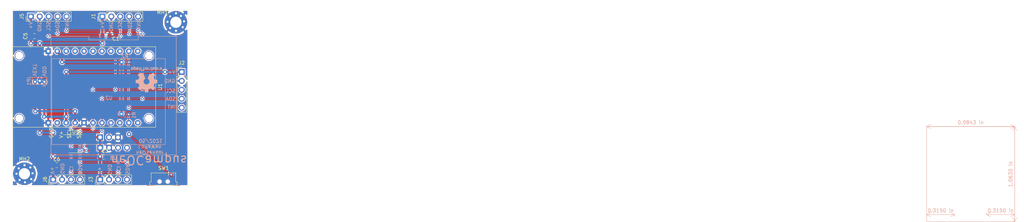
<source format=kicad_pcb>
(kicad_pcb (version 20171130) (host pcbnew 5.1.5+dfsg1-2build2)
  (title_block (title "neOSensor Cubecell_V1") (rev V1))
  (layers (0 F.Cu signal) (31 B.Cu signal) (34 B.Paste user) (35 F.Paste user) (36 B.SilkS user) (37 F.SilkS user) (38 B.Mask user) (39 F.Mask user) (44 Edge.Cuts user))
  (net 0 "")
  (net 1 /ADC)
  (net 2 /GPIO1)
  (net 3 /GPIO2)
  (net 4 /GPIO3)
  (net 5 /RX)
  (net 6 /TX)
  (net 7 /SCK)
  (net 8 /MISO)
  (net 9 /MOSI)
  (net 10 /VIN)
  (net 11 /GND)
  (net 12 /VDD)
  (net 13 /VS*)
  (net 14 /VEXT)
  (net 15 /SDA)
  (net 16 /SCL)
  (net 17 /GPIO0)
  (net 18 /GPIO4)
  (net 19 /GPIO5)
  (net 20 /RST)
  (net 21 /Vsensor)
  (net 22 "Net-(U5-Pad7)")
  (net 23 "Net-(U5-Pad3)")
  (net 24 "Net-(U5-Pad2)")
  (net 25 "Net-(U5-Pad1)")
  (module neosensor_addon:SOIC-8_3.9x5.4mm_P1.27mm_HandSolder (layer F.Cu) (at 77.16012 63.22568)
    (fp_text reference U5 (at 0 -3.4) (layer F.SilkS))
    (fp_text value ATECC508A)
    (pad 8 smd roundrect (at 3.3 -1.905) (size 2.2 0.6) (layers F.Cu F.Paste F.Mask) (net 21 /Vsensor))
    (pad 7 smd roundrect (at 3.3 -0.635) (size 2.2 0.6) (layers F.Cu F.Paste F.Mask) (net 22 "Net-(U5-Pad7)"))
    (pad 6 smd roundrect (at 3.3 0.635) (size 2.2 0.6) (layers F.Cu F.Paste F.Mask) (net 16 /SCL))
    (pad 5 smd roundrect (at 3.3 1.905) (size 2.2 0.6) (layers F.Cu F.Paste F.Mask) (net 15 /SDA))
    (pad 4 smd roundrect (at -3.3 1.905) (size 2.2 0.6) (layers F.Cu F.Paste F.Mask) (net 11 /GND))
    (pad 3 smd roundrect (at -3.3 0.635) (size 2.2 0.6) (layers F.Cu F.Paste F.Mask) (net 23 "Net-(U5-Pad3)"))
    (pad 2 smd roundrect (at -3.3 -0.635) (size 2.2 0.6) (layers F.Cu F.Paste F.Mask) (net 24 "Net-(U5-Pad2)"))
    (pad 1 smd roundrect (at -3.3 -1.905) (size 2.2 0.6) (layers F.Cu F.Paste F.Mask) (net 25 "Net-(U5-Pad1)"))
  )
  (module neosensor_addon:HTCC-AB01 (layer F.Cu) (at 79.56042 47.0789 90)
    (fp_text reference U1 (at 0 21.59 90) (layer F.SilkS))
    (fp_text value HTCC-AB01)
    (pad 11 thru_hole circle (at -10.16 15.24 90) (size 1.6 1.6) (drill 0.8) (layers *.Cu *.Mask) (net 20 /RST))
    (pad 10 thru_hole circle (at -10.16 12.7 90) (size 1.6 1.6) (drill 0.8) (layers *.Cu *.Mask) (net 19 /GPIO5))
    (pad 9 thru_hole circle (at -10.16 10.16 90) (size 1.6 1.6) (drill 0.8) (layers *.Cu *.Mask) (net 18 /GPIO4))
    (pad 8 thru_hole circle (at -10.16 7.62 90) (size 1.6 1.6) (drill 0.8) (layers *.Cu *.Mask) (net 17 /GPIO0))
    (pad 6 thru_hole circle (at -10.16 2.54 90) (size 1.6 1.6) (drill 0.8) (layers *.Cu *.Mask) (net 16 /SCL))
    (pad 7 thru_hole circle (at -10.16 5.08 90) (size 1.6 1.6) (drill 0.8) (layers *.Cu *.Mask) (net 15 /SDA))
    (pad 5 thru_hole circle (at -10.16 0 90) (size 1.6 1.6) (drill 0.8) (layers *.Cu *.Mask) (net 11 /GND))
    (pad 4 thru_hole circle (at -10.16 -2.54 90) (size 1.6 1.6) (drill 0.8) (layers *.Cu *.Mask) (net 14 /VEXT))
    (pad 2 thru_hole circle (at -10.16 -7.62 90) (size 1.6 1.6) (drill 0.8) (layers *.Cu *.Mask) (net 13 /VS*))
    (pad 3 thru_hole circle (at -10.16 -5.08 90) (size 1.6 1.6) (drill 0.8) (layers *.Cu *.Mask) (net 12 /VDD))
    (pad 1 thru_hole rect (at -10.16 -10.16 90) (size 1.6 1.6) (drill 0.8) (layers *.Cu *.Mask) (net 11 /GND))
    (pad 22 thru_hole rect (at 10.16 -10.16 90) (size 1.6 1.6) (drill 0.8) (layers *.Cu *.Mask) (net 11 /GND))
    (pad 21 thru_hole circle (at 10.16 -7.62 90) (size 1.6 1.6) (drill 0.8) (layers *.Cu *.Mask) (net 10 /VIN))
    (pad 20 thru_hole circle (at 10.16 -5.08 90) (size 1.6 1.6) (drill 0.8) (layers *.Cu *.Mask) (net 9 /MOSI))
    (pad 19 thru_hole circle (at 10.16 -2.54 90) (size 1.6 1.6) (drill 0.8) (layers *.Cu *.Mask) (net 8 /MISO))
    (pad 18 thru_hole circle (at 10.16 0 90) (size 1.6 1.6) (drill 0.8) (layers *.Cu *.Mask) (net 7 /SCK))
    (pad 17 thru_hole circle (at 10.16 2.54 90) (size 1.6 1.6) (drill 0.8) (layers *.Cu *.Mask) (net 6 /TX))
    (pad 16 thru_hole circle (at 10.16 5.08 90) (size 1.6 1.6) (drill 0.8) (layers *.Cu *.Mask) (net 5 /RX))
    (pad 15 thru_hole circle (at 10.16 7.62 90) (size 1.6 1.6) (drill 0.8) (layers *.Cu *.Mask) (net 4 /GPIO3))
    (pad 14 thru_hole circle (at 10.16 10.16 90) (size 1.6 1.6) (drill 0.8) (layers *.Cu *.Mask) (net 3 /GPIO2))
    (pad 13 thru_hole circle (at 10.16 12.7 90) (size 1.6 1.6) (drill 0.8) (layers *.Cu *.Mask) (net 2 /GPIO1))
    (pad 12 thru_hole circle (at 10.16 15.24 90) (size 1.6 1.6) (drill 0.8) (layers *.Cu *.Mask) (net 1 /ADC))
    (pad 0 thru_hole circle (at 8.89 18.415 90) (size 2.54 2.54) (drill 2.19964) (layers *.Cu *.Mask))
    (pad 0 thru_hole circle (at -8.89 18.415 90) (size 2.54 2.54) (drill 2.19964) (layers *.Cu *.Mask))
    (pad 0 thru_hole circle (at -8.89 -18.415 90) (size 2.54 2.54) (drill 2.19964) (layers *.Cu *.Mask))
    (pad 0 thru_hole circle (at 8.89 -18.415 90) (size 2.54 2.54) (drill 2.19964) (layers *.Cu *.Mask))
  )
  (module neosensor_addon:G71Y_µsw_smd (layer F.Cu) (at 102.02926 75.04176 180)
    (fp_text reference SW1 (at -0.127 4.953 180) (layer F.SilkS))
    (fp_text value G71Y)
    (pad 3 smd rect (at -3.81 0.381 180) (size 2 0.8) (layers F.Cu F.Paste F.Mask) (net 11 /GND))
    (pad 3 smd rect (at -4.191 0.762 180) (size 1.27 1.524) (layers F.Cu F.Paste F.Mask) (net 11 /GND))
    (pad 3 smd rect (at 3.683 0.381 180) (size 2 0.8) (layers F.Cu F.Paste F.Mask) (net 11 /GND))
    (pad 3 smd rect (at 4.064 0.762 180) (size 1.27 1.524) (layers F.Cu F.Paste F.Mask) (net 11 /GND))
    (pad 1 smd rect (at -2.227 2.667 180) (size 1.2 2) (drill (offset 0 0.4)) (layers F.Cu F.Paste F.Mask) (net 19 /GPIO5))
    (pad 2 smd rect (at 1.973 2.667 180) (size 1.2 2) (drill (offset 0 0.4)) (layers F.Cu F.Paste F.Mask) (net 11 /GND))
    (pad "" np_thru_hole circle (at -1.277 1.1 180) (size 0.8 0.8) (drill 0.8) (layers *.Cu))
    (pad "" np_thru_hole circle (at 1.023 1.1 180) (size 0.8 0.8) (drill 0.8) (layers *.Cu))
  )
  (module Capacitor_SMD:C_0805_2012Metric_Pad1.15x1.40mm_HandSolder (layer F.Cu) (at 71.8148 69.27596)
    (fp_text reference C6 (at 0 -1.65) (layer F.SilkS))
    (fp_text value 100n)
    (pad 2 smd roundrect (at 1.025 0) (size 1.15 1.4) (layers F.Cu F.Paste F.Mask) (roundrect_rratio 0.217391) (net 11 /GND))
    (pad 1 smd roundrect (at -1.025 0) (size 1.15 1.4) (layers F.Cu F.Paste F.Mask) (roundrect_rratio 0.217391) (net 21 /Vsensor))
  )
  (module neosensor_addon:OLED1.3_I2C (layer B.Cu) (at 87.94242 49.4665)
    (fp_text reference U3 (at 0 17.78) (layer B.SilkS) (effects (justify mirror)))
    (fp_text value OLED1.3_I2C)
    (pad 1 thru_hole rect (at -3.81 14.859) (size 1.7 1.7) (drill 1) (layers *.Cu *.Mask) (net 21 /Vsensor))
    (pad 2 thru_hole circle (at -1.27 14.859) (size 1.7 1.7) (drill 1) (layers *.Cu *.Mask) (net 11 /GND))
    (pad 3 thru_hole circle (at 1.27 14.859) (size 1.7 1.7) (drill 1) (layers *.Cu *.Mask) (net 16 /SCL))
    (pad 4 thru_hole circle (at 3.81 14.859 90) (size 1.7 1.7) (drill 1) (layers *.Cu *.Mask) (net 15 /SDA))
  )
  (module neosensor_addon:PIR_HC-SR01 (layer B.Cu) (at 86.63686 51.21148)
    (fp_text reference U2 (at 0 -1.016) (layer B.SilkS) (effects (justify mirror)))
    (fp_text value HC-SR01)
    (pad 3 thru_hole circle (at 2.54 10.16) (size 1.7 1.7) (drill 1) (layers *.Cu *.Mask) (net 11 /GND))
    (pad 2 thru_hole circle (at 0 10.16) (size 1.7 1.7) (drill 1) (layers *.Cu *.Mask) (net 17 /GPIO0))
    (pad 1 thru_hole rect (at -2.54 10.16) (size 1.7 1.7) (drill 1) (layers *.Cu *.Mask) (net 21 /Vsensor))
  )
  (module Symbol:OSHW-Logo2_9.8x8mm_SilkScreen (layer B.Cu) (at 97.28962 44.88434)
    (fp_text reference REF** hide)
    (fp_text value OSHW-Logo2_9.8x8mm_SilkScreen hide)
  )
  (module Resistor_SMD:R_0805_2012Metric_Pad1.15x1.40mm_HandSolder (layer B.Cu) (at 91.177 54.86146 180)
    (fp_text reference R1 (at -2.549 -0.254 90) (layer B.SilkS) (effects (justify mirror)))
    (fp_text value 10K)
    (pad 2 smd roundrect (at 1.025 0 180) (size 1.15 1.4) (layers B.Cu B.Paste B.Mask) (roundrect_rratio 0.217391) (net 10 /VIN))
    (pad 1 smd roundrect (at -1.025 0 180) (size 1.15 1.4) (layers B.Cu B.Paste B.Mask) (roundrect_rratio 0.217391) (net 19 /GPIO5))
  )
  (module MountingHole:MountingHole_3.2mm_M3_Pad (layer F.Cu) (at 62.62624 71.70928)
    (fp_text reference MH2 (at 0 -4.2) (layer F.SilkS))
    (fp_text value MountingHole_Pad)
    (pad 1 thru_hole circle (at 0 0) (size 6.4 6.4) (drill 3.2) (layers *.Cu *.Mask) (net 11 /GND))
  )
  (module MountingHole:MountingHole_3.2mm_M3_Pad (layer F.Cu) (at 105.62844 28.70962)
    (fp_text reference MH1 (at -3.81 -2.794) (layer F.SilkS))
    (fp_text value MountingHole_Pad)
    (pad 1 thru_hole circle (at 0 0) (size 6.4 6.4) (drill 3.2) (layers *.Cu *.Mask) (net 11 /GND))
  )
  (module Jumper:SolderJumper-3_P1.3mm_Bridged2Bar12_Pad1.0x1.5mm (layer B.Cu) (at 66.94472 45.33646 180)
    (fp_text reference JP1 (at 3.018 0 90) (layer B.SilkS) (effects (justify mirror)))
    (fp_text value SolderJumper_3_Bridged12)
    (fp_poly (pts (xy -0.9 -0.2) (xy -0.4 -0.2) (xy -0.4 -0.6) (xy -0.9 -0.6)) (layer B.Cu) (width 0))
    (fp_poly (pts (xy -0.9 0.6) (xy -0.4 0.6) (xy -0.4 0.2) (xy -0.9 0.2)) (layer B.Cu) (width 0))
    (pad 2 smd rect (at 0 0 180) (size 1 1.5) (layers B.Cu B.Mask) (net 21 /Vsensor))
    (pad 3 smd rect (at 1.3 0 180) (size 1 1.5) (layers B.Cu B.Mask) (net 14 /VEXT))
    (pad 1 smd rect (at -1.3 0 180) (size 1 1.5) (layers B.Cu B.Mask) (net 12 /VDD))
  )
  (module Connector_PinHeader_2.54mm:PinHeader_1x04_P2.54mm_Vertical (layer F.Cu) (at 70.78218 73.35774 90)
    (fp_text reference J6 (at 0 -2.33 90) (layer F.SilkS))
    (fp_text value Conn_01x04)
    (pad 4 thru_hole oval (at 0 7.62 90) (size 1.7 1.7) (drill 1) (layers *.Cu *.Mask) (net 15 /SDA))
    (pad 3 thru_hole oval (at 0 5.08 90) (size 1.7 1.7) (drill 1) (layers *.Cu *.Mask) (net 16 /SCL))
    (pad 2 thru_hole oval (at 0 2.54 90) (size 1.7 1.7) (drill 1) (layers *.Cu *.Mask) (net 11 /GND))
    (pad 1 thru_hole rect (at 0 0 90) (size 1.7 1.7) (drill 1) (layers *.Cu *.Mask) (net 21 /Vsensor))
  )
  (module Connector_PinHeader_2.54mm:PinHeader_1x05_P2.54mm_Vertical (layer F.Cu) (at 64.4271 27.05608 90)
    (fp_text reference J5 (at 0 -2.54 90) (layer F.SilkS))
    (fp_text value Conn_01x05)
    (pad 5 thru_hole oval (at 0 10.16 90) (size 1.7 1.7) (drill 1) (layers *.Cu *.Mask) (net 2 /GPIO1))
    (pad 4 thru_hole oval (at 0 7.62 90) (size 1.7 1.7) (drill 1) (layers *.Cu *.Mask) (net 15 /SDA))
    (pad 3 thru_hole oval (at 0 5.08 90) (size 1.7 1.7) (drill 1) (layers *.Cu *.Mask) (net 16 /SCL))
    (pad 2 thru_hole oval (at 0 2.54 90) (size 1.7 1.7) (drill 1) (layers *.Cu *.Mask) (net 11 /GND))
    (pad 1 thru_hole rect (at 0 0 90) (size 1.7 1.7) (drill 1) (layers *.Cu *.Mask) (net 21 /Vsensor))
  )
  (module Connector_PinHeader_2.54mm:PinHeader_1x04_P2.54mm_Vertical (layer F.Cu) (at 84.12226 73.35774 90)
    (fp_text reference J3 (at 0 -2.667 90) (layer F.SilkS))
    (fp_text value Conn_01x04)
    (pad 4 thru_hole oval (at 0 7.62 90) (size 1.7 1.7) (drill 1) (layers *.Cu *.Mask) (net 15 /SDA))
    (pad 3 thru_hole oval (at 0 5.08 90) (size 1.7 1.7) (drill 1) (layers *.Cu *.Mask) (net 16 /SCL))
    (pad 2 thru_hole oval (at 0 2.54 90) (size 1.7 1.7) (drill 1) (layers *.Cu *.Mask) (net 11 /GND))
    (pad 1 thru_hole rect (at 0 0 90) (size 1.7 1.7) (drill 1) (layers *.Cu *.Mask) (net 21 /Vsensor))
  )
  (module Connector_PinHeader_2.54mm:PinHeader_1x05_P2.54mm_Vertical (layer F.Cu) (at 107.28706 42.79646)
    (fp_text reference J2 (at 0 -2.54) (layer F.SilkS))
    (fp_text value Conn_01x05)
    (pad 5 thru_hole oval (at 0 10.16) (size 1.7 1.7) (drill 1) (layers *.Cu *.Mask) (net 2 /GPIO1))
    (pad 4 thru_hole oval (at 0 7.62) (size 1.7 1.7) (drill 1) (layers *.Cu *.Mask) (net 15 /SDA))
    (pad 3 thru_hole oval (at 0 5.08) (size 1.7 1.7) (drill 1) (layers *.Cu *.Mask) (net 16 /SCL))
    (pad 2 thru_hole oval (at 0 2.54) (size 1.7 1.7) (drill 1) (layers *.Cu *.Mask) (net 11 /GND))
    (pad 1 thru_hole rect (at 0 0) (size 1.7 1.7) (drill 1) (layers *.Cu *.Mask) (net 12 /VDD))
  )
  (module Connector_PinHeader_2.54mm:PinHeader_1x05_P2.54mm_Vertical (layer F.Cu) (at 84.75472 27.06116 90)
    (fp_text reference J1 (at 0 -2.54 90) (layer F.SilkS))
    (fp_text value Conn_01x05)
    (pad 5 thru_hole oval (at 0 10.16 90) (size 1.7 1.7) (drill 1) (layers *.Cu *.Mask) (net 2 /GPIO1))
    (pad 4 thru_hole oval (at 0 7.62 90) (size 1.7 1.7) (drill 1) (layers *.Cu *.Mask) (net 15 /SDA))
    (pad 3 thru_hole oval (at 0 5.08 90) (size 1.7 1.7) (drill 1) (layers *.Cu *.Mask) (net 16 /SCL))
    (pad 2 thru_hole oval (at 0 2.54 90) (size 1.7 1.7) (drill 1) (layers *.Cu *.Mask) (net 11 /GND))
    (pad 1 thru_hole rect (at 0 0 90) (size 1.7 1.7) (drill 1) (layers *.Cu *.Mask) (net 21 /Vsensor))
  )
  (module Capacitor_SMD:C_0805_2012Metric_Pad1.15x1.40mm_HandSolder (layer F.Cu) (at 65.45972 32.63646)
    (fp_text reference C5 (at -2.549 0 270) (layer F.SilkS))
    (fp_text value 100n)
    (pad 2 smd roundrect (at 1.025 0) (size 1.15 1.4) (layers F.Cu F.Paste F.Mask) (roundrect_rratio 0.217391) (net 11 /GND))
    (pad 1 smd roundrect (at -1.025 0) (size 1.15 1.4) (layers F.Cu F.Paste F.Mask) (roundrect_rratio 0.217391) (net 21 /Vsensor))
  )
  (module Capacitor_SMD:C_0805_2012Metric_Pad1.15x1.40mm_HandSolder (layer F.Cu) (at 85.14472 66.92646)
    (fp_text reference C3 (at 0.372 -1.65) (layer F.SilkS))
    (fp_text value 100n)
    (pad 2 smd roundrect (at 1.025 0) (size 1.15 1.4) (layers F.Cu F.Paste F.Mask) (roundrect_rratio 0.217391) (net 11 /GND))
    (pad 1 smd roundrect (at -1.025 0) (size 1.15 1.4) (layers F.Cu F.Paste F.Mask) (roundrect_rratio 0.217391) (net 21 /Vsensor))
  )
  (module Capacitor_SMD:C_0805_2012Metric_Pad1.15x1.40mm_HandSolder (layer F.Cu) (at 85.77972 32.63646)
    (fp_text reference C1 (at 2.785 0.762 180) (layer F.SilkS))
    (fp_text value 100n)
    (pad 2 smd roundrect (at 1.025 0) (size 1.15 1.4) (layers F.Cu F.Paste F.Mask) (roundrect_rratio 0.217391) (net 11 /GND))
    (pad 1 smd roundrect (at -1.025 0) (size 1.15 1.4) (layers F.Cu F.Paste F.Mask) (roundrect_rratio 0.217391) (net 21 /Vsensor))
  )
  (module Resistor_SMD:R_0805_2012Metric_Pad1.15x1.40mm_HandSolder (layer B.Cu) (at 91.19732 40.00246 180)
    (fp_text reference R2 (at 0 1.65) (layer B.SilkS) (effects (justify mirror)))
    (fp_text value 10K)
    (pad 1 smd roundrect (at -1.025 0 180) (size 1.15 1.4) (layers B.Cu B.Paste B.Mask) (roundrect_rratio 0.217391) (net 2 /GPIO1))
    (pad 2 smd roundrect (at 1.025 0 180) (size 1.15 1.4) (layers B.Cu B.Paste B.Mask) (roundrect_rratio 0.217391) (net 10 /VIN))
  )
  (gr_line (start 109.12632 75.20706) (end 109.12632 25.20706) (layer Edge.Cuts) (width 0.05))
  (gr_line (start 59.12632 75.20706) (end 109.12632 75.20706) (layer Edge.Cuts) (width 0.05))
  (gr_line (start 59.12632 25.20706) (end 59.12632 75.20706) (layer Edge.Cuts) (width 0.05))
  (gr_line (start 109.12632 25.20706) (end 59.12632 25.20706) (layer Edge.Cuts) (width 0.05))
  (gr_text 05/2021 (at 98.46818 62.35954 180) (layer B.SilkS) (effects (font (size 1 1)) (justify mirror)))
  (gr_text neOCampus (at 97.99574 67.83578 180) (layer B.SilkS) (effects (font (size 2.5 2.5) (thickness 0.3)) (justify mirror)))
  (gr_text "neOSensor\nLoRaWan" (at 98.23196 64.897 180) (layer B.SilkS) (effects (font (size 1 1)) (justify mirror)))
  (gr_text INT (at 74.81316 29.58846 90) (layer B.SilkS) (effects (font (size 1 1)) (justify mirror)))
  (gr_text SDA (at 72.01916 29.84246 90) (layer B.SilkS) (effects (font (size 1 1)) (justify mirror)))
  (gr_text SCL (at 69.47916 29.84246 90) (layer B.SilkS) (effects (font (size 1 1)) (justify mirror)))
  (gr_text GND (at 66.93916 29.84246 90) (layer B.SilkS) (effects (font (size 1 1)) (justify mirror)))
  (gr_text V+ (at 64.39916 29.58846 90) (layer B.SilkS) (effects (font (size 1 1)) (justify mirror)))
  (gr_text INT (at 95.13316 29.58846 90) (layer B.SilkS) (effects (font (size 1 1)) (justify mirror)))
  (gr_text SDA (at 92.59316 29.84246 90) (layer B.SilkS) (effects (font (size 1 1)) (justify mirror)))
  (gr_text SCL (at 89.79916 29.84246 90) (layer B.SilkS) (effects (font (size 1 1)) (justify mirror)))
  (gr_text GND (at 87.25916 29.84246 90) (layer B.SilkS) (effects (font (size 1 1)) (justify mirror)))
  (gr_text V+ (at 84.71916 29.58846 90) (layer B.SilkS) (effects (font (size 1 1)) (justify mirror)))
  (gr_text INT (at 104.40162 52.75834) (layer B.SilkS) (effects (font (size 1 1)) (justify mirror)))
  (gr_text SDA (at 104.14762 50.47234) (layer B.SilkS) (effects (font (size 1 1)) (justify mirror)))
  (gr_text SCL (at 104.14762 48.18634) (layer B.SilkS) (effects (font (size 1 1)) (justify mirror)))
  (gr_text GND (at 103.89362 45.39234) (layer B.SilkS) (effects (font (size 1 1)) (justify mirror)))
  (gr_text V+ (at 104.40162 42.85234) (layer B.SilkS) (effects (font (size 1 1)) (justify mirror)))
  (gr_text SDA (at 91.90482 70.4977 270) (layer B.SilkS) (effects (font (size 1 1)) (justify mirror)))
  (gr_text SCl (at 89.36482 70.7517 270) (layer B.SilkS) (effects (font (size 1 1)) (justify mirror)))
  (gr_text GND (at 86.82482 70.4977 270) (layer B.SilkS) (effects (font (size 1 1)) (justify mirror)))
  (gr_text V+ (at 84.03082 70.7517 270) (layer B.SilkS) (effects (font (size 1 1)) (justify mirror)))
  (gr_text SDA (at 78.44282 70.4977 270) (layer B.SilkS) (effects (font (size 1 1)) (justify mirror)))
  (gr_text SCl (at 75.90282 70.7517 270) (layer B.SilkS) (effects (font (size 1 1)) (justify mirror)))
  (gr_text GND (at 73.36282 70.2437 270) (layer B.SilkS) (effects (font (size 1 1)) (justify mirror)))
  (gr_text V+ (at 70.56882 70.7517 270) (layer B.SilkS) (effects (font (size 1 1)) (justify mirror)))
  (gr_text GND (at 70.27672 60.06846 90) (layer F.SilkS) (effects (font (size 1 1))))
  (gr_text V+ (at 73.07072 60.57646 90) (layer F.SilkS) (effects (font (size 1 1))))
  (gr_text SCL (at 75.35672 60.32246 90) (layer F.SilkS) (effects (font (size 1 1))))
  (gr_text SDA (at 78.15072 60.32246 90) (layer F.SilkS) (effects (font (size 1 1))))
  (gr_text VDD (at 68.2498 42.58818 270) (layer B.SilkS) (effects (font (size 1 1)) (justify mirror)))
  (gr_text VEXT (at 65.50152 42.2656 270) (layer B.SilkS) (effects (font (size 1 1)) (justify mirror)))
  (dimension 8 (width 0.12) (layer B.SilkS) (gr_text "8,000 mm" (at 339.7769 82.03534) (layer B.SilkS) (effects (font (size 1 1) (thickness 0.15)))) (feature1 (pts (xy 335.7769 83.30534) (xy 335.7769 82.718919))) (feature2 (pts (xy 343.7769 83.30534) (xy 343.7769 82.718919))) (crossbar (pts (xy 343.7769 83.30534) (xy 335.7769 83.30534))) (arrow1a (pts (xy 335.7769 83.30534) (xy 336.903404 82.718919))) (arrow1b (pts (xy 335.7769 83.30534) (xy 336.903404 83.891761))) (arrow2a (pts (xy 343.7769 83.30534) (xy 342.650396 82.718919))) (arrow2b (pts (xy 343.7769 83.30534) (xy 342.650396 83.891761))))
  (dimension 8 (width 0.12) (layer B.SilkS) (gr_text "8,000 mm" (at 322.7769 84.57534) (layer B.SilkS) (effects (font (size 1 1) (thickness 0.15)))) (feature1 (pts (xy 326.7769 83.30534) (xy 326.7769 83.891761))) (feature2 (pts (xy 318.7769 83.30534) (xy 318.7769 83.891761))) (crossbar (pts (xy 318.7769 83.30534) (xy 326.7769 83.30534))) (arrow1a (pts (xy 326.7769 83.30534) (xy 325.650396 83.891761))) (arrow1b (pts (xy 326.7769 83.30534) (xy 325.650396 82.718919))) (arrow2a (pts (xy 318.7769 83.30534) (xy 319.903404 83.891761))) (arrow2b (pts (xy 318.7769 83.30534) (xy 319.903404 82.718919))))
  (gr_line (start 318.7769 85.30534) (end 318.7769 58.30534) (layer B.SilkS) (width 0.12))
  (gr_line (start 343.7769 85.30534) (end 318.7769 85.30534) (layer B.SilkS) (width 0.12))
  (gr_line (start 343.7769 58.30534) (end 343.7769 85.30534) (layer B.SilkS) (width 0.12))
  (gr_line (start 318.7769 58.30534) (end 343.7769 58.30534) (layer B.SilkS) (width 0.12))
  (dimension 27 (width 0.12) (layer B.SilkS) (gr_text "27,000 mm" (at 342.5069 71.80534 270) (layer B.SilkS) (effects (font (size 1 1) (thickness 0.15)))) (feature1 (pts (xy 343.7769 85.30534) (xy 343.190479 85.30534))) (feature2 (pts (xy 343.7769 58.30534) (xy 343.190479 58.30534))) (crossbar (pts (xy 343.7769 58.30534) (xy 343.7769 85.30534))) (arrow1a (pts (xy 343.7769 85.30534) (xy 343.190479 84.178836))) (arrow1b (pts (xy 343.7769 85.30534) (xy 344.363321 84.178836))) (arrow2a (pts (xy 343.7769 58.30534) (xy 343.190479 59.431844))) (arrow2b (pts (xy 343.7769 58.30534) (xy 344.363321 59.431844))))
  (dimension 25 (width 0.12) (layer B.SilkS) (gr_text "25,000 mm" (at 331.2769 59.57534) (layer B.SilkS) (effects (font (size 1 1) (thickness 0.15)))) (feature1 (pts (xy 343.7769 58.30534) (xy 343.7769 58.891761))) (feature2 (pts (xy 318.7769 58.30534) (xy 318.7769 58.891761))) (crossbar (pts (xy 318.7769 58.30534) (xy 343.7769 58.30534))) (arrow1a (pts (xy 343.7769 58.30534) (xy 342.650396 58.891761))) (arrow1b (pts (xy 343.7769 58.30534) (xy 342.650396 57.718919))) (arrow2a (pts (xy 318.7769 58.30534) (xy 319.903404 58.891761))) (arrow2b (pts (xy 318.7769 58.30534) (xy 319.903404 57.718919))))
  (via (at 92.22232 40.00246) (size 0.8) (drill 0.4) (layers F.Cu B.Cu) (net 2))
  (via (at 92.29598 52.9463) (size 0.8) (drill 0.4) (layers F.Cu B.Cu) (net 2))
  (via (at 74.59472 31.11246) (size 0.8) (drill 0.4) (layers F.Cu B.Cu) (net 2))
  (segment (start 74.59472 29.58846) (end 74.59472 31.11246) (width 0.2032) (layer F.Cu) (net 2))
  (via (at 94.91472 31.11246) (size 0.8) (drill 0.4) (layers F.Cu B.Cu) (net 2))
  (segment (start 74.59472 31.11246) (end 94.91472 31.11246) (width 0.2032) (layer B.Cu) (net 2))
  (segment (start 74.59472 28.265781) (end 74.59472 29.58846) (width 0.2032) (layer F.Cu) (net 2))
  (segment (start 74.5871 28.258161) (end 74.59472 28.265781) (width 0.2032) (layer F.Cu) (net 2))
  (segment (start 74.5871 27.05608) (end 74.5871 28.258161) (width 0.2032) (layer F.Cu) (net 2))
  (segment (start 94.91472 29.58846) (end 94.91472 31.11246) (width 0.2032) (layer F.Cu) (net 2))
  (segment (start 94.91472 27.06116) (end 94.91472 29.58846) (width 0.2032) (layer F.Cu) (net 2))
  (segment (start 94.91472 34.42462) (end 92.24264 37.0967) (width 0.2032) (layer F.Cu) (net 2))
  (segment (start 94.91472 31.11246) (end 94.91472 34.42462) (width 0.2032) (layer F.Cu) (net 2))
  (segment (start 93.63456 52.9463) (end 92.29598 52.9463) (width 0.2032) (layer B.Cu) (net 2))
  (segment (start 93.64472 52.95646) (end 93.63456 52.9463) (width 0.2032) (layer B.Cu) (net 2))
  (segment (start 107.28706 52.95646) (end 93.64472 52.95646) (width 0.2032) (layer B.Cu) (net 2))
  (segment (start 92.22232 52.87264) (end 92.29598 52.9463) (width 0.2032) (layer F.Cu) (net 2))
  (segment (start 92.22232 40.00246) (end 92.22232 52.87264) (width 0.2032) (layer F.Cu) (net 2))
  (segment (start 92.22232 37.11702) (end 92.24264 37.0967) (width 0.2032) (layer F.Cu) (net 2))
  (segment (start 92.22232 40.00246) (end 92.22232 37.11702) (width 0.2032) (layer F.Cu) (net 2))
  (via (at 90.17 54.73446) (size 1.2) (drill 0.6) (layers F.Cu B.Cu) (net 10))
  (segment (start 90.152 54.75246) (end 90.17 54.73446) (width 0.6604) (layer B.Cu) (net 10))
  (segment (start 90.152 54.86146) (end 90.152 54.75246) (width 0.6604) (layer B.Cu) (net 10))
  (via (at 90.19032 40.00246) (size 1.2) (drill 0.6) (layers F.Cu B.Cu) (net 10))
  (via (at 73.32472 40.00246) (size 1.2) (drill 0.6) (layers F.Cu B.Cu) (net 10))
  (segment (start 73.32472 38.49878) (end 71.92264 37.0967) (width 0.6604) (layer F.Cu) (net 10))
  (segment (start 73.32472 40.00246) (end 73.32472 38.49878) (width 0.6604) (layer F.Cu) (net 10))
  (segment (start 90.19032 54.71414) (end 90.17 54.73446) (width 0.6604) (layer F.Cu) (net 10))
  (segment (start 90.19032 40.00246) (end 90.19032 54.71414) (width 0.6604) (layer F.Cu) (net 10))
  (segment (start 76.24572 40.00246) (end 73.32472 40.00246) (width 0.6604) (layer B.Cu) (net 10))
  (segment (start 90.17232 40.00246) (end 76.24572 40.00246) (width 0.6604) (layer B.Cu) (net 10))
  (via (at 104.00792 30.35046) (size 1.2) (drill 0.6) (layers F.Cu B.Cu) (net 11))
  (via (at 107.56392 30.09646) (size 1.2) (drill 0.6) (layers F.Cu B.Cu) (net 11))
  (via (at 107.05592 26.92146) (size 1.2) (drill 0.6) (layers F.Cu B.Cu) (net 11))
  (via (at 104.00792 27.04846) (size 1.2) (drill 0.6) (layers F.Cu B.Cu) (net 11))
  (via (at 103.24592 28.57246) (size 1.2) (drill 0.6) (layers F.Cu B.Cu) (net 11))
  (via (at 107.94492 28.44546) (size 1.2) (drill 0.6) (layers F.Cu B.Cu) (net 11))
  (via (at 105.65892 31.11246) (size 1.2) (drill 0.6) (layers F.Cu B.Cu) (net 11))
  (via (at 105.65892 26.15946) (size 1.2) (drill 0.6) (layers F.Cu B.Cu) (net 11))
  (via (at 61.00064 70.18528) (size 1.2) (drill 0.6) (layers F.Cu B.Cu) (net 11))
  (via (at 60.36564 71.70928) (size 1.2) (drill 0.6) (layers F.Cu B.Cu) (net 11))
  (via (at 61.25464 73.48728) (size 1.2) (drill 0.6) (layers F.Cu B.Cu) (net 11))
  (via (at 62.77864 74.12228) (size 1.2) (drill 0.6) (layers F.Cu B.Cu) (net 11))
  (via (at 64.55664 73.23328) (size 1.2) (drill 0.6) (layers F.Cu B.Cu) (net 11))
  (via (at 64.93764 71.58228) (size 1.2) (drill 0.6) (layers F.Cu B.Cu) (net 11))
  (via (at 64.30264 69.93128) (size 1.2) (drill 0.6) (layers F.Cu B.Cu) (net 11))
  (via (at 62.65164 69.29628) (size 1.2) (drill 0.6) (layers F.Cu B.Cu) (net 11))
  (segment (start 98.34626 74.08476) (end 100.05626 72.37476) (width 0.6604) (layer F.Cu) (net 11))
  (segment (start 98.34626 74.66076) (end 98.34626 74.08476) (width 0.6604) (layer F.Cu) (net 11))
  (segment (start 106.22026 72.85736) (end 106.22026 74.27976) (width 0.6604) (layer F.Cu) (net 11))
  (segment (start 106.22026 71.470078) (end 106.22026 72.85736) (width 0.6604) (layer F.Cu) (net 11))
  (segment (start 105.242341 70.492159) (end 106.22026 71.470078) (width 0.6604) (layer F.Cu) (net 11))
  (segment (start 101.938861 70.492159) (end 105.242341 70.492159) (width 0.6604) (layer F.Cu) (net 11))
  (segment (start 100.05626 72.37476) (end 101.938861 70.492159) (width 0.6604) (layer F.Cu) (net 11))
  (via (at 102.53472 42.79646) (size 1.2) (drill 0.6) (layers F.Cu B.Cu) (net 12))
  (segment (start 105.58272 42.79646) (end 102.53472 42.79646) (width 0.6604) (layer B.Cu) (net 12))
  (via (at 74.50582 55.4863) (size 1.2) (drill 0.6) (layers F.Cu B.Cu) (net 12))
  (via (at 68.22186 55.50154) (size 1.2) (drill 0.6) (layers F.Cu B.Cu) (net 12))
  (via (at 74.49312 42.77868) (size 1.2) (drill 0.6) (layers F.Cu B.Cu) (net 12))
  (segment (start 102.53472 42.79646) (end 75.86472 42.79646) (width 0.6604) (layer B.Cu) (net 12))
  (segment (start 105.58272 42.79646) (end 107.28706 42.79646) (width 0.6604) (layer B.Cu) (net 12))
  (segment (start 75.84694 42.77868) (end 74.49312 42.77868) (width 0.6604) (layer B.Cu) (net 12))
  (segment (start 75.86472 42.79646) (end 75.84694 42.77868) (width 0.6604) (layer B.Cu) (net 12))
  (segment (start 74.49312 55.4736) (end 74.50582 55.4863) (width 0.6604) (layer F.Cu) (net 12))
  (segment (start 74.49312 42.77868) (end 74.49312 55.4736) (width 0.6604) (layer F.Cu) (net 12))
  (segment (start 74.50582 57.37352) (end 74.46264 57.4167) (width 0.6604) (layer F.Cu) (net 12))
  (segment (start 74.50582 55.4863) (end 74.50582 57.37352) (width 0.6604) (layer F.Cu) (net 12))
  (via (at 68.30086 45.601688) (size 1.2) (drill 0.6) (layers F.Cu B.Cu) (net 12))
  (segment (start 68.24472 45.657828) (end 68.30086 45.601688) (width 0.6604) (layer F.Cu) (net 12))
  (segment (start 74.49058 55.50154) (end 74.50582 55.4863) (width 0.6604) (layer B.Cu) (net 12))
  (segment (start 68.22186 55.50154) (end 74.49058 55.50154) (width 0.6604) (layer B.Cu) (net 12))
  (segment (start 68.30086 55.42254) (end 68.22186 55.50154) (width 0.6604) (layer F.Cu) (net 12))
  (segment (start 68.30086 45.601688) (end 68.30086 55.42254) (width 0.6604) (layer F.Cu) (net 12))
  (via (at 65.64858 45.601688) (size 1.2) (drill 0.6) (layers F.Cu B.Cu) (net 14))
  (segment (start 65.70472 45.657828) (end 65.64858 45.601688) (width 0.6604) (layer F.Cu) (net 14))
  (via (at 77.01534 53.96484) (size 1.2) (drill 0.6) (layers F.Cu B.Cu) (net 14))
  (via (at 65.7225 53.96992) (size 1.2) (drill 0.6) (layers F.Cu B.Cu) (net 14))
  (segment (start 77.01534 57.404) (end 77.00264 57.4167) (width 0.6604) (layer F.Cu) (net 14))
  (segment (start 77.01534 53.96484) (end 77.01534 57.404) (width 0.6604) (layer F.Cu) (net 14))
  (segment (start 68.25234 53.96484) (end 68.24472 53.97246) (width 0.6604) (layer B.Cu) (net 14))
  (segment (start 77.01534 53.96484) (end 68.25234 53.96484) (width 0.6604) (layer B.Cu) (net 14))
  (segment (start 68.24726 53.96992) (end 65.7225 53.96992) (width 0.6604) (layer B.Cu) (net 14))
  (segment (start 68.25234 53.96484) (end 68.24726 53.96992) (width 0.6604) (layer B.Cu) (net 14))
  (segment (start 65.64858 53.896) (end 65.7225 53.96992) (width 0.6604) (layer F.Cu) (net 14))
  (segment (start 65.64858 45.601688) (end 65.64858 53.896) (width 0.6604) (layer F.Cu) (net 14))
  (via (at 80.21828 65.16624) (size 0.8) (drill 0.4) (layers F.Cu B.Cu) (net 15))
  (via (at 78.40472 68.45046) (size 0.8) (drill 0.4) (layers F.Cu B.Cu) (net 15))
  (segment (start 78.40472 69.97446) (end 78.40472 68.45046) (width 0.2032) (layer F.Cu) (net 15))
  (segment (start 78.40472 68.45046) (end 91.73972 68.45046) (width 0.2032) (layer B.Cu) (net 15))
  (via (at 91.73972 68.45046) (size 0.8) (drill 0.4) (layers F.Cu B.Cu) (net 15))
  (segment (start 91.73972 68.45046) (end 91.73972 69.97446) (width 0.2032) (layer F.Cu) (net 15))
  (via (at 78.39456 59.69) (size 0.8) (drill 0.4) (layers F.Cu B.Cu) (net 15))
  (via (at 84.63026 59.6773) (size 0.8) (drill 0.4) (layers F.Cu B.Cu) (net 15))
  (via (at 84.65566 50.41138) (size 0.8) (drill 0.4) (layers F.Cu B.Cu) (net 15))
  (via (at 72.05472 31.87446) (size 0.8) (drill 0.4) (layers F.Cu B.Cu) (net 15))
  (segment (start 72.05472 29.58846) (end 72.05472 31.87446) (width 0.2032) (layer F.Cu) (net 15))
  (via (at 92.38996 31.99892) (size 0.8) (drill 0.4) (layers F.Cu B.Cu) (net 15))
  (segment (start 92.36192 31.87446) (end 92.49532 32.00786) (width 0.2032) (layer B.Cu) (net 15))
  (segment (start 72.05472 31.87446) (end 92.36192 31.87446) (width 0.2032) (layer B.Cu) (net 15))
  (segment (start 78.40218 69.977) (end 78.40218 73.35774) (width 0.2032) (layer F.Cu) (net 15))
  (segment (start 78.40472 69.97446) (end 78.40218 69.977) (width 0.2032) (layer F.Cu) (net 15))
  (segment (start 91.74226 69.977) (end 91.74226 73.35774) (width 0.2032) (layer F.Cu) (net 15))
  (segment (start 91.73972 69.97446) (end 91.74226 69.977) (width 0.2032) (layer F.Cu) (net 15))
  (segment (start 72.0471 28.258161) (end 72.05472 28.265781) (width 0.2032) (layer F.Cu) (net 15))
  (segment (start 72.05472 28.265781) (end 72.05472 29.58846) (width 0.2032) (layer F.Cu) (net 15))
  (segment (start 72.0471 27.05608) (end 72.0471 28.258161) (width 0.2032) (layer F.Cu) (net 15))
  (segment (start 92.37472 27.06116) (end 92.37472 30.790541) (width 0.2032) (layer F.Cu) (net 15))
  (segment (start 84.6201 59.68746) (end 84.63026 59.6773) (width 0.2032) (layer B.Cu) (net 15))
  (segment (start 84.65566 57.38368) (end 84.62264 57.4167) (width 0.2032) (layer F.Cu) (net 15))
  (segment (start 84.65566 50.41138) (end 84.65566 57.38368) (width 0.2032) (layer F.Cu) (net 15))
  (segment (start 84.63026 57.42432) (end 84.62264 57.4167) (width 0.2032) (layer F.Cu) (net 15))
  (segment (start 84.63026 59.6773) (end 84.63026 57.42432) (width 0.2032) (layer F.Cu) (net 15))
  (segment (start 86.01964 50.41138) (end 84.65566 50.41138) (width 0.2032) (layer B.Cu) (net 15))
  (segment (start 86.02472 50.41646) (end 86.01964 50.41138) (width 0.2032) (layer B.Cu) (net 15))
  (segment (start 107.28706 50.41646) (end 96.1263 50.41646) (width 0.2032) (layer B.Cu) (net 15))
  (segment (start 96.1263 50.41646) (end 86.02472 50.41646) (width 0.2032) (layer B.Cu) (net 15))
  (via (at 96.1263 50.41646) (size 0.8) (drill 0.4) (layers F.Cu B.Cu) (net 15))
  (segment (start 92.49532 32.00786) (end 96.0819 32.00786) (width 0.2032) (layer B.Cu) (net 15))
  (segment (start 96.0819 32.00786) (end 96.0819 32.00786) (width 0.2032) (layer B.Cu) (net 15))
  (via (at 96.0819 32.00786) (size 0.8) (drill 0.4) (layers F.Cu B.Cu) (net 15))
  (segment (start 96.0819 50.37206) (end 96.1263 50.41646) (width 0.2032) (layer F.Cu) (net 15))
  (segment (start 96.0819 32.00786) (end 96.0819 50.37206) (width 0.2032) (layer F.Cu) (net 15))
  (segment (start 92.38996 30.805781) (end 92.38996 31.99892) (width 0.2032) (layer F.Cu) (net 15))
  (segment (start 92.37472 30.790541) (end 92.38996 30.805781) (width 0.2032) (layer F.Cu) (net 15))
  (segment (start 91.75242 68.43776) (end 91.73972 68.45046) (width 0.2032) (layer F.Cu) (net 15))
  (segment (start 91.75242 64.3255) (end 91.75242 68.43776) (width 0.2032) (layer F.Cu) (net 15))
  (segment (start 78.40726 59.6773) (end 78.39456 59.69) (width 0.2032) (layer B.Cu) (net 15))
  (segment (start 84.63026 59.6773) (end 78.40726 59.6773) (width 0.2032) (layer B.Cu) (net 15))
  (segment (start 78.39456 63.9953) (end 78.39456 59.69) (width 0.2032) (layer F.Cu) (net 15))
  (segment (start 78.40472 64.00546) (end 78.39456 63.9953) (width 0.2032) (layer F.Cu) (net 15))
  (segment (start 78.40472 68.45046) (end 78.40472 65.18148) (width 0.2032) (layer F.Cu) (net 15))
  (segment (start 78.40472 65.18148) (end 78.40472 64.00546) (width 0.2032) (layer F.Cu) (net 15))
  (via (at 78.40472 65.18148) (size 0.8) (drill 0.4) (layers F.Cu B.Cu) (net 15))
  (segment (start 80.20304 65.18148) (end 80.21828 65.16624) (width 0.2032) (layer B.Cu) (net 15))
  (segment (start 78.40472 65.18148) (end 80.20304 65.18148) (width 0.2032) (layer B.Cu) (net 15))
  (via (at 79.71536 63.88608) (size 0.8) (drill 0.4) (layers F.Cu B.Cu) (net 16))
  (via (at 89.19972 71.37146) (size 0.8) (drill 0.4) (layers F.Cu B.Cu) (net 16))
  (via (at 75.86472 71.37146) (size 0.8) (drill 0.4) (layers F.Cu B.Cu) (net 16))
  (segment (start 89.19972 71.37146) (end 75.86472 71.37146) (width 0.2032) (layer B.Cu) (net 16))
  (via (at 75.8698 58.78068) (size 0.8) (drill 0.4) (layers F.Cu B.Cu) (net 16))
  (via (at 82.08264 58.79084) (size 0.8) (drill 0.4) (layers F.Cu B.Cu) (net 16))
  (via (at 82.10042 47.87392) (size 0.8) (drill 0.4) (layers F.Cu B.Cu) (net 16))
  (via (at 88.47074 47.8028) (size 0.8) (drill 0.4) (layers F.Cu B.Cu) (net 16))
  (segment (start 89.83472 47.87646) (end 83.48472 47.87646) (width 0.2032) (layer B.Cu) (net 16))
  (segment (start 105.58272 47.87646) (end 89.83472 47.87646) (width 0.2032) (layer B.Cu) (net 16))
  (via (at 69.51472 32.63646) (size 0.8) (drill 0.4) (layers F.Cu B.Cu) (net 16))
  (segment (start 69.51472 29.58846) (end 69.51472 32.63646) (width 0.2032) (layer F.Cu) (net 16))
  (via (at 89.83472 32.63646) (size 0.8) (drill 0.4) (layers F.Cu B.Cu) (net 16))
  (segment (start 69.51472 32.63646) (end 89.83472 32.63646) (width 0.2032) (layer B.Cu) (net 16))
  (segment (start 89.83472 29.58846) (end 89.83472 32.63646) (width 0.2032) (layer F.Cu) (net 16))
  (segment (start 75.86472 70.10146) (end 75.86472 71.37146) (width 0.2032) (layer F.Cu) (net 16))
  (segment (start 75.86472 63.75146) (end 75.86472 70.10146) (width 0.2032) (layer F.Cu) (net 16))
  (segment (start 75.86472 73.3552) (end 75.86218 73.35774) (width 0.2032) (layer F.Cu) (net 16))
  (segment (start 75.86472 71.37146) (end 75.86472 73.3552) (width 0.2032) (layer F.Cu) (net 16))
  (segment (start 89.19972 73.3552) (end 89.20226 73.35774) (width 0.2032) (layer F.Cu) (net 16))
  (segment (start 89.19972 71.37146) (end 89.19972 73.3552) (width 0.2032) (layer F.Cu) (net 16))
  (segment (start 69.51472 28.265781) (end 69.51472 29.58846) (width 0.2032) (layer F.Cu) (net 16))
  (segment (start 69.5071 28.258161) (end 69.51472 28.265781) (width 0.2032) (layer F.Cu) (net 16))
  (segment (start 69.5071 27.05608) (end 69.5071 28.258161) (width 0.2032) (layer F.Cu) (net 16))
  (segment (start 89.83472 27.06116) (end 89.83472 29.58846) (width 0.2032) (layer F.Cu) (net 16))
  (segment (start 105.58272 47.87646) (end 107.28706 47.87646) (width 0.2032) (layer B.Cu) (net 16))
  (segment (start 82.668645 47.87646) (end 83.48472 47.87646) (width 0.2032) (layer B.Cu) (net 16))
  (segment (start 82.666105 47.87392) (end 82.668645 47.87646) (width 0.2032) (layer B.Cu) (net 16))
  (segment (start 82.10042 47.87392) (end 82.666105 47.87392) (width 0.2032) (layer B.Cu) (net 16))
  (segment (start 82.08264 58.79084) (end 82.08264 57.4167) (width 0.2032) (layer F.Cu) (net 16))
  (segment (start 82.10042 57.39892) (end 82.08264 57.4167) (width 0.2032) (layer F.Cu) (net 16))
  (segment (start 82.10042 47.87392) (end 82.10042 57.39892) (width 0.2032) (layer F.Cu) (net 16))
  (segment (start 88.47074 34.00044) (end 88.47074 47.8028) (width 0.2032) (layer F.Cu) (net 16))
  (segment (start 89.83472 32.63646) (end 88.47074 34.00044) (width 0.2032) (layer F.Cu) (net 16))
  (segment (start 89.21242 71.35876) (end 89.19972 71.37146) (width 0.2032) (layer F.Cu) (net 16))
  (segment (start 89.21242 64.3255) (end 89.21242 71.35876) (width 0.2032) (layer F.Cu) (net 16))
  (segment (start 82.07248 58.78068) (end 82.08264 58.79084) (width 0.2032) (layer B.Cu) (net 16))
  (segment (start 75.8698 58.78068) (end 82.07248 58.78068) (width 0.2032) (layer B.Cu) (net 16))
  (segment (start 75.8698 63.74638) (end 75.86472 63.75146) (width 0.2032) (layer F.Cu) (net 16))
  (segment (start 75.8698 58.78068) (end 75.8698 63.74638) (width 0.2032) (layer F.Cu) (net 16))
  (segment (start 79.71536 63.88608) (end 75.91044 63.88608) (width 0.2032) (layer B.Cu) (net 16))
  (segment (start 75.91044 63.88608) (end 75.91044 63.88608) (width 0.2032) (layer B.Cu) (net 16))
  (via (at 75.91044 63.88608) (size 0.8) (drill 0.4) (layers F.Cu B.Cu) (net 16))
  (segment (start 86.63686 57.94248) (end 87.16264 57.4167) (width 0.2032) (layer F.Cu) (net 17))
  (segment (start 86.63686 61.37148) (end 86.63686 57.94248) (width 0.2032) (layer F.Cu) (net 17))
  (via (at 104.30764 71.97344) (size 0.8) (drill 0.4) (layers F.Cu B.Cu) (net 19))
  (via (at 92.202 54.86146) (size 0.8) (drill 0.4) (layers F.Cu B.Cu) (net 19))
  (segment (start 92.202 57.37606) (end 92.24264 57.4167) (width 0.2032) (layer F.Cu) (net 19))
  (segment (start 92.202 54.86146) (end 92.202 57.37606) (width 0.2032) (layer F.Cu) (net 19))
  (segment (start 92.35694 57.3405) (end 92.35694 60.47544) (width 0.2032) (layer F.Cu) (net 19))
  (segment (start 92.35694 60.47544) (end 92.35694 60.47544) (width 0.2032) (layer F.Cu) (net 19))
  (via (at 92.35694 60.47544) (size 1.2) (drill 0.6) (layers F.Cu B.Cu) (net 19))
  (segment (start 103.85494 71.97344) (end 104.30764 71.97344) (width 0.2032) (layer B.Cu) (net 19))
  (segment (start 92.35694 60.47544) (end 103.85494 71.97344) (width 0.2032) (layer B.Cu) (net 19))
  (segment (start 64.43472 32.63646) (end 64.43472 30.09646) (width 0.6604) (layer F.Cu) (net 21))
  (segment (start 84.11972 69.97446) (end 84.11972 66.79946) (width 0.6604) (layer F.Cu) (net 21))
  (segment (start 70.78472 69.97446) (end 70.78472 66.79946) (width 0.6604) (layer F.Cu) (net 21))
  (segment (start 84.11972 66.79946) (end 84.11972 66.79946) (width 0.6604) (layer F.Cu) (net 21))
  (via (at 84.11972 66.79946) (size 1.2) (drill 0.6) (layers F.Cu B.Cu) (net 21))
  (via (at 70.81012 66.78422) (size 1.2) (drill 0.6) (layers F.Cu B.Cu) (net 21))
  (segment (start 84.11972 66.79946) (end 74.84872 66.79946) (width 0.6604) (layer B.Cu) (net 21))
  (via (at 66.97472 45.33646) (size 1.2) (drill 0.6) (layers F.Cu B.Cu) (net 21))
  (segment (start 66.94472 45.33646) (end 66.97472 45.33646) (width 0.6604) (layer B.Cu) (net 21))
  (segment (start 66.97472 45.33646) (end 66.97472 34.66846) (width 0.6604) (layer F.Cu) (net 21))
  (via (at 66.97472 34.66846) (size 1.2) (drill 0.6) (layers F.Cu B.Cu) (net 21))
  (via (at 64.43472 34.66846) (size 1.2) (drill 0.6) (layers F.Cu B.Cu) (net 21))
  (segment (start 66.97472 34.66846) (end 64.43472 34.66846) (width 0.6604) (layer B.Cu) (net 21))
  (segment (start 64.43472 34.66846) (end 64.43472 32.63646) (width 0.6604) (layer F.Cu) (net 21))
  (via (at 84.75472 34.66846) (size 1.2) (drill 0.6) (layers F.Cu B.Cu) (net 21))
  (segment (start 66.97472 34.66846) (end 84.75472 34.66846) (width 0.6604) (layer B.Cu) (net 21))
  (segment (start 84.75472 34.66846) (end 84.75472 32.63646) (width 0.6604) (layer F.Cu) (net 21))
  (via (at 70.81012 60.05322) (size 1.2) (drill 0.6) (layers F.Cu B.Cu) (net 21))
  (via (at 66.97472 60.06846) (size 1.2) (drill 0.6) (layers F.Cu B.Cu) (net 21))
  (segment (start 66.97472 60.06846) (end 66.97472 45.33646) (width 0.6604) (layer F.Cu) (net 21))
  (segment (start 70.78218 69.977) (end 70.78218 73.35774) (width 0.6604) (layer F.Cu) (net 21))
  (segment (start 70.78472 69.97446) (end 70.78218 69.977) (width 0.6604) (layer F.Cu) (net 21))
  (segment (start 84.12226 69.977) (end 84.12226 73.35774) (width 0.6604) (layer F.Cu) (net 21))
  (segment (start 84.11972 69.97446) (end 84.12226 69.977) (width 0.6604) (layer F.Cu) (net 21))
  (segment (start 64.4271 30.08884) (end 64.43472 30.09646) (width 0.6604) (layer F.Cu) (net 21))
  (segment (start 64.4271 27.05608) (end 64.4271 30.08884) (width 0.6604) (layer F.Cu) (net 21))
  (segment (start 84.75472 29.58846) (end 84.75472 32.38246) (width 0.6604) (layer F.Cu) (net 21))
  (segment (start 84.75472 27.06116) (end 84.75472 29.58846) (width 0.6604) (layer F.Cu) (net 21))
  (segment (start 84.11972 64.3382) (end 84.13242 64.3255) (width 0.6604) (layer F.Cu) (net 21))
  (segment (start 84.11972 66.79946) (end 84.11972 64.3382) (width 0.6604) (layer F.Cu) (net 21))
  (segment (start 84.13242 61.40704) (end 84.09686 61.37148) (width 0.6604) (layer F.Cu) (net 21))
  (segment (start 84.13242 64.3255) (end 84.13242 61.40704) (width 0.6604) (layer F.Cu) (net 21))
  (segment (start 67.00796 60.05322) (end 66.99272 60.06846) (width 0.6604) (layer B.Cu) (net 21))
  (segment (start 70.81012 60.05322) (end 67.00796 60.05322) (width 0.6604) (layer B.Cu) (net 21))
  (segment (start 74.83348 66.78422) (end 70.81012 66.78422) (width 0.6604) (layer B.Cu) (net 21))
  (segment (start 74.84872 66.79946) (end 74.83348 66.78422) (width 0.6604) (layer B.Cu) (net 21))
  (segment (start 70.81012 60.05322) (end 70.81012 66.78422) (width 0.6604) (layer F.Cu) (net 21))
  (segment (start 84.09178 61.37656) (end 84.09686 61.37148) (width 0.6604) (layer F.Cu) (net 21))
  (segment (start 79.68384 61.37656) (end 84.09178 61.37656) (width 0.6604) (layer F.Cu) (net 21))
  (zone (net 11) (net_name /GND) (layer F.Cu) (connect_pads (clearance 0.254)) (min_thickness 0.254) (fill yes (arc_segments 32) (thermal_gap 0.508) (thermal_bridge_width 0.508))
    (polygon (pts (xy 109.10062 75.18146) (xy 59.28614 75.0697) (xy 59.15152 25.23236) (xy 109.10062 25.23236)))
  )
  (zone (net 11) (net_name /GND) (layer B.Cu) (connect_pads (clearance 0.254)) (min_thickness 0.254) (fill yes (arc_segments 32) (thermal_gap 0.508) (thermal_bridge_width 0.508))
    (polygon (pts (xy 109.10062 75.18146) (xy 59.15152 75.18146) (xy 59.15152 25.23236) (xy 109.10062 25.23236)))
  )
)
</source>
